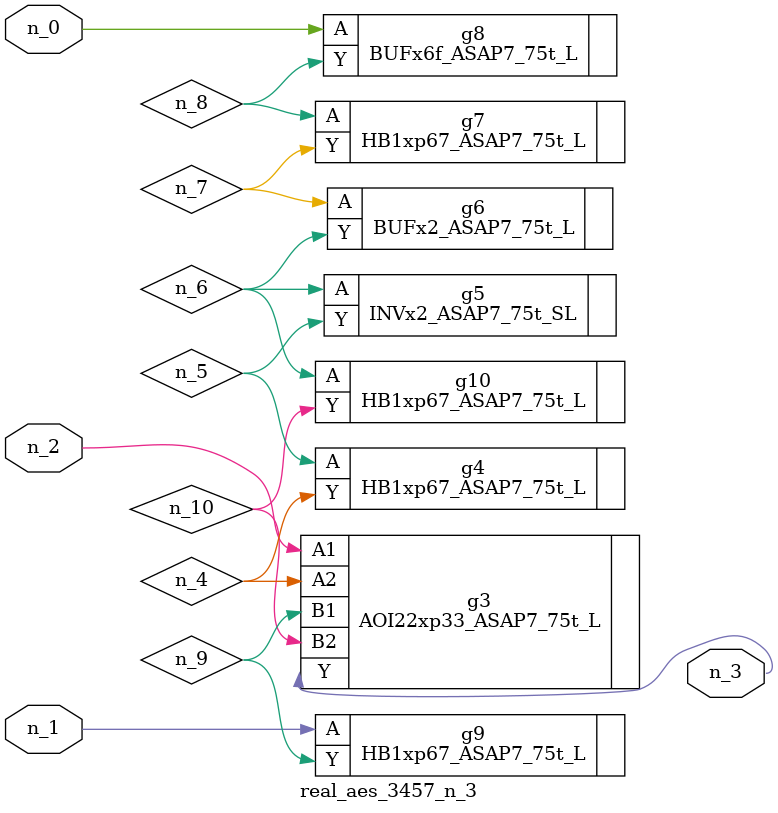
<source format=v>
module real_aes_3457_n_3 (n_0, n_2, n_1, n_3);
input n_0;
input n_2;
input n_1;
output n_3;
wire n_4;
wire n_5;
wire n_7;
wire n_9;
wire n_6;
wire n_8;
wire n_10;
BUFx6f_ASAP7_75t_L g8 ( .A(n_0), .Y(n_8) );
HB1xp67_ASAP7_75t_L g9 ( .A(n_1), .Y(n_9) );
AOI22xp33_ASAP7_75t_L g3 ( .A1(n_2), .A2(n_4), .B1(n_9), .B2(n_10), .Y(n_3) );
HB1xp67_ASAP7_75t_L g4 ( .A(n_5), .Y(n_4) );
INVx2_ASAP7_75t_SL g5 ( .A(n_6), .Y(n_5) );
HB1xp67_ASAP7_75t_L g10 ( .A(n_6), .Y(n_10) );
BUFx2_ASAP7_75t_L g6 ( .A(n_7), .Y(n_6) );
HB1xp67_ASAP7_75t_L g7 ( .A(n_8), .Y(n_7) );
endmodule
</source>
